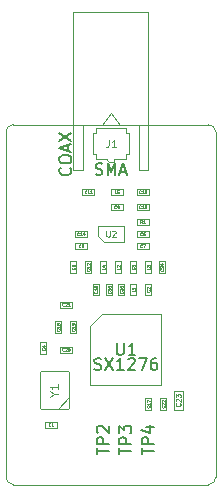
<source format=gbr>
%TF.GenerationSoftware,KiCad,Pcbnew,5.1.4-e60b266~84~ubuntu19.04.1*%
%TF.CreationDate,2020-03-24T21:47:16+00:00*%
%TF.ProjectId,ProMicro_LORA,50726f4d-6963-4726-9f5f-4c4f52412e6b,v1.1*%
%TF.SameCoordinates,Original*%
%TF.FileFunction,Other,Fab,Top*%
%FSLAX45Y45*%
G04 Gerber Fmt 4.5, Leading zero omitted, Abs format (unit mm)*
G04 Created by KiCad (PCBNEW 5.1.4-e60b266~84~ubuntu19.04.1) date 2020-03-24 21:47:16*
%MOMM*%
%LPD*%
G04 APERTURE LIST*
%ADD10C,0.100000*%
%ADD11C,0.150000*%
%ADD12C,0.090000*%
%ADD13C,0.040000*%
%ADD14C,0.075000*%
%ADD15C,0.060000*%
%ADD16C,0.105000*%
G04 APERTURE END LIST*
D10*
X12573000Y-7556500D02*
G75*
G02X12636500Y-7493000I63500J0D01*
G01*
X14287500Y-7493000D02*
G75*
G02X14351000Y-7556500I0J-63500D01*
G01*
X12636500Y-7493000D02*
X14287500Y-7493000D01*
X14351000Y-10477500D02*
G75*
G02X14287500Y-10541000I-63500J0D01*
G01*
X12636500Y-10541000D02*
G75*
G02X12573000Y-10477500I0J63500D01*
G01*
X12573000Y-10477500D02*
X12573000Y-7556500D01*
X14287500Y-10541000D02*
X12636500Y-10541000D01*
X14351000Y-7556500D02*
X14351000Y-10477500D01*
X13432000Y-7796000D02*
X13447000Y-7811000D01*
X13332000Y-7526000D02*
X13332000Y-7566000D01*
X13312000Y-7566000D02*
X13332000Y-7566000D01*
X13312000Y-7746000D02*
X13312000Y-7566000D01*
X13332000Y-7526000D02*
X13592000Y-7526000D01*
X13592000Y-7526000D02*
X13592000Y-7566000D01*
X13612000Y-7566000D02*
X13592000Y-7566000D01*
X13612000Y-7746000D02*
X13612000Y-7566000D01*
X13332000Y-7746000D02*
X13332000Y-7786000D01*
X13312000Y-7746000D02*
X13332000Y-7746000D01*
X13432000Y-7786000D02*
X13332000Y-7786000D01*
X13432000Y-7796000D02*
X13432000Y-7786000D01*
X13492000Y-7811000D02*
X13447000Y-7811000D01*
X13492000Y-7811000D02*
X13492000Y-7786000D01*
X13492000Y-7786000D02*
X13592000Y-7786000D01*
X13592000Y-7746000D02*
X13592000Y-7786000D01*
X13612000Y-7746000D02*
X13592000Y-7746000D01*
X13575900Y-8840000D02*
X13575900Y-8940000D01*
X13525900Y-8840000D02*
X13575900Y-8840000D01*
X13525900Y-8940000D02*
X13525900Y-8840000D01*
X13575900Y-8940000D02*
X13525900Y-8940000D01*
X13918800Y-8649500D02*
X13918800Y-8749500D01*
X13868800Y-8649500D02*
X13918800Y-8649500D01*
X13868800Y-8749500D02*
X13868800Y-8649500D01*
X13918800Y-8749500D02*
X13868800Y-8749500D01*
X13158000Y-8395100D02*
X13258000Y-8395100D01*
X13158000Y-8445100D02*
X13158000Y-8395100D01*
X13258000Y-8445100D02*
X13158000Y-8445100D01*
X13258000Y-8395100D02*
X13258000Y-8445100D01*
X13781000Y-8216500D02*
X13681000Y-8216500D01*
X13781000Y-8166500D02*
X13781000Y-8216500D01*
X13681000Y-8166500D02*
X13781000Y-8166500D01*
X13681000Y-8216500D02*
X13681000Y-8166500D01*
X13246500Y-8749500D02*
X13246500Y-8649500D01*
X13296500Y-8749500D02*
X13246500Y-8749500D01*
X13296500Y-8649500D02*
X13296500Y-8749500D01*
X13246500Y-8649500D02*
X13296500Y-8649500D01*
X13221500Y-8039500D02*
X13321500Y-8039500D01*
X13221500Y-8089500D02*
X13221500Y-8039500D01*
X13321500Y-8089500D02*
X13221500Y-8089500D01*
X13321500Y-8039500D02*
X13321500Y-8089500D01*
X13781000Y-8089500D02*
X13681000Y-8089500D01*
X13781000Y-8039500D02*
X13781000Y-8089500D01*
X13681000Y-8039500D02*
X13781000Y-8039500D01*
X13681000Y-8089500D02*
X13681000Y-8039500D01*
X13460500Y-8166500D02*
X13560500Y-8166500D01*
X13460500Y-8216500D02*
X13460500Y-8166500D01*
X13560500Y-8216500D02*
X13460500Y-8216500D01*
X13560500Y-8166500D02*
X13560500Y-8216500D01*
X13158000Y-8496700D02*
X13258000Y-8496700D01*
X13158000Y-8546700D02*
X13158000Y-8496700D01*
X13258000Y-8546700D02*
X13158000Y-8546700D01*
X13258000Y-8496700D02*
X13258000Y-8546700D01*
X13781000Y-8546700D02*
X13681000Y-8546700D01*
X13781000Y-8496700D02*
X13781000Y-8546700D01*
X13681000Y-8496700D02*
X13781000Y-8496700D01*
X13681000Y-8546700D02*
X13681000Y-8496700D01*
X13781000Y-8395100D02*
X13781000Y-8445100D01*
X13781000Y-8445100D02*
X13681000Y-8445100D01*
X13681000Y-8445100D02*
X13681000Y-8395100D01*
X13681000Y-8395100D02*
X13781000Y-8395100D01*
X13169500Y-8649500D02*
X13169500Y-8749500D01*
X13119500Y-8649500D02*
X13169500Y-8649500D01*
X13119500Y-8749500D02*
X13119500Y-8649500D01*
X13169500Y-8749500D02*
X13119500Y-8749500D01*
X13627500Y-8749500D02*
X13627500Y-8649500D01*
X13677500Y-8749500D02*
X13627500Y-8749500D01*
X13677500Y-8649500D02*
X13677500Y-8749500D01*
X13627500Y-8649500D02*
X13677500Y-8649500D01*
X13804500Y-8840000D02*
X13804500Y-8940000D01*
X13754500Y-8840000D02*
X13804500Y-8840000D01*
X13754500Y-8940000D02*
X13754500Y-8840000D01*
X13804500Y-8940000D02*
X13754500Y-8940000D01*
X13352000Y-8437600D02*
X13402000Y-8487600D01*
X13572000Y-8352600D02*
X13572000Y-8487600D01*
X13352000Y-8352600D02*
X13572000Y-8352600D01*
X13402000Y-8487600D02*
X13572000Y-8487600D01*
X13352000Y-8352600D02*
X13352000Y-8437600D01*
X13681000Y-8293500D02*
X13781000Y-8293500D01*
X13681000Y-8343500D02*
X13681000Y-8293500D01*
X13781000Y-8343500D02*
X13681000Y-8343500D01*
X13781000Y-8293500D02*
X13781000Y-8343500D01*
X13460500Y-8039500D02*
X13560500Y-8039500D01*
X13460500Y-8089500D02*
X13460500Y-8039500D01*
X13560500Y-8089500D02*
X13460500Y-8089500D01*
X13560500Y-8039500D02*
X13560500Y-8089500D01*
X13423500Y-8649500D02*
X13423500Y-8749500D01*
X13373500Y-8649500D02*
X13423500Y-8649500D01*
X13373500Y-8749500D02*
X13373500Y-8649500D01*
X13423500Y-8749500D02*
X13373500Y-8749500D01*
X13804500Y-8649500D02*
X13804500Y-8749500D01*
X13754500Y-8649500D02*
X13804500Y-8649500D01*
X13754500Y-8749500D02*
X13754500Y-8649500D01*
X13804500Y-8749500D02*
X13754500Y-8749500D01*
X13500500Y-8749500D02*
X13500500Y-8649500D01*
X13550500Y-8749500D02*
X13500500Y-8749500D01*
X13550500Y-8649500D02*
X13550500Y-8749500D01*
X13500500Y-8649500D02*
X13550500Y-8649500D01*
X13677500Y-8840000D02*
X13677500Y-8940000D01*
X13627500Y-8840000D02*
X13677500Y-8840000D01*
X13627500Y-8940000D02*
X13627500Y-8840000D01*
X13677500Y-8940000D02*
X13627500Y-8940000D01*
X13779500Y-7874500D02*
X13779500Y-6541500D01*
X13698500Y-7874500D02*
X13779500Y-7874500D01*
X13698500Y-7493500D02*
X13698500Y-7874500D01*
X13225500Y-7493500D02*
X13698500Y-7493500D01*
X13225500Y-7874500D02*
X13225500Y-7493500D01*
X13144500Y-7874500D02*
X13225500Y-7874500D01*
X13144500Y-7874500D02*
X13144500Y-6541500D01*
X13145500Y-6541500D02*
X13778500Y-6541500D01*
X13387000Y-7493500D02*
X13462000Y-7393500D01*
X13462000Y-7393500D02*
X13537000Y-7493500D01*
X13993500Y-9747250D02*
X14073500Y-9747250D01*
X14073500Y-9747250D02*
X14073500Y-9907250D01*
X14073500Y-9907250D02*
X13993500Y-9907250D01*
X13993500Y-9907250D02*
X13993500Y-9747250D01*
X13289000Y-9198000D02*
X13389000Y-9098000D01*
X13289000Y-9698000D02*
X13289000Y-9198000D01*
X13889000Y-9698000D02*
X13289000Y-9698000D01*
X13889000Y-9098000D02*
X13889000Y-9698000D01*
X13389000Y-9098000D02*
X13889000Y-9098000D01*
X12860500Y-9890900D02*
X12860500Y-9590900D01*
X12860500Y-9590900D02*
X12870500Y-9580900D01*
X12870500Y-9580900D02*
X13100500Y-9580900D01*
X13100500Y-9580900D02*
X13110500Y-9590900D01*
X13110500Y-9590900D02*
X13110500Y-9890900D01*
X13110500Y-9890900D02*
X13100500Y-9900900D01*
X13100500Y-9900900D02*
X12870500Y-9900900D01*
X12870500Y-9900900D02*
X12860500Y-9890900D01*
X13010500Y-9900900D02*
X13110500Y-9800900D01*
X13881500Y-9907500D02*
X13881500Y-9807500D01*
X13931500Y-9907500D02*
X13881500Y-9907500D01*
X13931500Y-9807500D02*
X13931500Y-9907500D01*
X13881500Y-9807500D02*
X13931500Y-9807500D01*
X13031000Y-8992000D02*
X13131000Y-8992000D01*
X13031000Y-9042000D02*
X13031000Y-8992000D01*
X13131000Y-9042000D02*
X13031000Y-9042000D01*
X13131000Y-8992000D02*
X13131000Y-9042000D01*
X13031000Y-9373000D02*
X13131000Y-9373000D01*
X13031000Y-9423000D02*
X13031000Y-9373000D01*
X13131000Y-9423000D02*
X13031000Y-9423000D01*
X13131000Y-9373000D02*
X13131000Y-9423000D01*
X13119500Y-9257500D02*
X13119500Y-9157500D01*
X13169500Y-9257500D02*
X13119500Y-9257500D01*
X13169500Y-9157500D02*
X13169500Y-9257500D01*
X13119500Y-9157500D02*
X13169500Y-9157500D01*
X13042500Y-9157500D02*
X13042500Y-9257500D01*
X12992500Y-9157500D02*
X13042500Y-9157500D01*
X12992500Y-9257500D02*
X12992500Y-9157500D01*
X13042500Y-9257500D02*
X12992500Y-9257500D01*
X13804500Y-9807500D02*
X13804500Y-9907500D01*
X13754500Y-9807500D02*
X13804500Y-9807500D01*
X13754500Y-9907500D02*
X13754500Y-9807500D01*
X13804500Y-9907500D02*
X13754500Y-9907500D01*
X13310000Y-8940000D02*
X13310000Y-8840000D01*
X13360000Y-8940000D02*
X13310000Y-8940000D01*
X13360000Y-8840000D02*
X13360000Y-8940000D01*
X13310000Y-8840000D02*
X13360000Y-8840000D01*
X13474300Y-8840000D02*
X13474300Y-8940000D01*
X13424300Y-8840000D02*
X13474300Y-8840000D01*
X13424300Y-8940000D02*
X13424300Y-8840000D01*
X13474300Y-8940000D02*
X13424300Y-8940000D01*
X12915500Y-9333000D02*
X12915500Y-9433000D01*
X12865500Y-9333000D02*
X12915500Y-9333000D01*
X12865500Y-9433000D02*
X12865500Y-9333000D01*
X12915500Y-9433000D02*
X12865500Y-9433000D01*
X12904000Y-10008000D02*
X13004000Y-10008000D01*
X12904000Y-10058000D02*
X12904000Y-10008000D01*
X13004000Y-10058000D02*
X12904000Y-10058000D01*
X13004000Y-10008000D02*
X13004000Y-10058000D01*
D11*
X13333428Y-7914476D02*
X13347714Y-7919238D01*
X13371524Y-7919238D01*
X13381048Y-7914476D01*
X13385809Y-7909714D01*
X13390571Y-7900190D01*
X13390571Y-7890667D01*
X13385809Y-7881143D01*
X13381048Y-7876381D01*
X13371524Y-7871619D01*
X13352476Y-7866857D01*
X13342952Y-7862095D01*
X13338190Y-7857333D01*
X13333428Y-7847809D01*
X13333428Y-7838286D01*
X13338190Y-7828762D01*
X13342952Y-7824000D01*
X13352476Y-7819238D01*
X13376286Y-7819238D01*
X13390571Y-7824000D01*
X13433428Y-7919238D02*
X13433428Y-7819238D01*
X13466762Y-7890667D01*
X13500095Y-7819238D01*
X13500095Y-7919238D01*
X13542952Y-7890667D02*
X13590571Y-7890667D01*
X13533428Y-7919238D02*
X13566762Y-7819238D01*
X13600095Y-7919238D01*
D12*
X13442000Y-7623143D02*
X13442000Y-7666000D01*
X13439143Y-7674571D01*
X13433428Y-7680286D01*
X13424857Y-7683143D01*
X13419143Y-7683143D01*
X13502000Y-7683143D02*
X13467714Y-7683143D01*
X13484857Y-7683143D02*
X13484857Y-7623143D01*
X13479143Y-7631714D01*
X13473428Y-7637428D01*
X13467714Y-7640286D01*
D13*
X13559828Y-8906071D02*
X13561019Y-8907262D01*
X13562209Y-8910833D01*
X13562209Y-8913214D01*
X13561019Y-8916786D01*
X13558638Y-8919167D01*
X13556257Y-8920357D01*
X13551495Y-8921548D01*
X13547924Y-8921548D01*
X13543162Y-8920357D01*
X13540781Y-8919167D01*
X13538400Y-8916786D01*
X13537209Y-8913214D01*
X13537209Y-8910833D01*
X13538400Y-8907262D01*
X13539590Y-8906071D01*
X13539590Y-8896548D02*
X13538400Y-8895357D01*
X13537209Y-8892976D01*
X13537209Y-8887024D01*
X13538400Y-8884643D01*
X13539590Y-8883452D01*
X13541971Y-8882262D01*
X13544352Y-8882262D01*
X13547924Y-8883452D01*
X13562209Y-8897738D01*
X13562209Y-8882262D01*
X13537209Y-8859643D02*
X13537209Y-8871548D01*
X13549114Y-8872738D01*
X13547924Y-8871548D01*
X13546733Y-8869167D01*
X13546733Y-8863214D01*
X13547924Y-8860833D01*
X13549114Y-8859643D01*
X13551495Y-8858452D01*
X13557448Y-8858452D01*
X13559828Y-8859643D01*
X13561019Y-8860833D01*
X13562209Y-8863214D01*
X13562209Y-8869167D01*
X13561019Y-8871548D01*
X13559828Y-8872738D01*
X13902728Y-8715571D02*
X13903919Y-8716762D01*
X13905109Y-8720333D01*
X13905109Y-8722714D01*
X13903919Y-8726286D01*
X13901538Y-8728667D01*
X13899157Y-8729857D01*
X13894395Y-8731048D01*
X13890824Y-8731048D01*
X13886062Y-8729857D01*
X13883681Y-8728667D01*
X13881300Y-8726286D01*
X13880109Y-8722714D01*
X13880109Y-8720333D01*
X13881300Y-8716762D01*
X13882490Y-8715571D01*
X13882490Y-8706048D02*
X13881300Y-8704857D01*
X13880109Y-8702476D01*
X13880109Y-8696524D01*
X13881300Y-8694143D01*
X13882490Y-8692952D01*
X13884871Y-8691762D01*
X13887252Y-8691762D01*
X13890824Y-8692952D01*
X13905109Y-8707238D01*
X13905109Y-8691762D01*
X13888443Y-8670333D02*
X13905109Y-8670333D01*
X13878919Y-8676286D02*
X13896776Y-8682238D01*
X13896776Y-8666762D01*
X13191928Y-8429029D02*
X13190738Y-8430219D01*
X13187167Y-8431410D01*
X13184786Y-8431410D01*
X13181214Y-8430219D01*
X13178833Y-8427838D01*
X13177643Y-8425457D01*
X13176452Y-8420695D01*
X13176452Y-8417124D01*
X13177643Y-8412362D01*
X13178833Y-8409981D01*
X13181214Y-8407600D01*
X13184786Y-8406410D01*
X13187167Y-8406410D01*
X13190738Y-8407600D01*
X13191928Y-8408790D01*
X13215738Y-8431410D02*
X13201452Y-8431410D01*
X13208595Y-8431410D02*
X13208595Y-8406410D01*
X13206214Y-8409981D01*
X13203833Y-8412362D01*
X13201452Y-8413552D01*
X13237167Y-8414743D02*
X13237167Y-8431410D01*
X13231214Y-8405219D02*
X13225262Y-8423076D01*
X13240738Y-8423076D01*
X13714928Y-8200428D02*
X13713738Y-8201619D01*
X13710167Y-8202809D01*
X13707786Y-8202809D01*
X13704214Y-8201619D01*
X13701833Y-8199238D01*
X13700643Y-8196857D01*
X13699452Y-8192095D01*
X13699452Y-8188524D01*
X13700643Y-8183762D01*
X13701833Y-8181381D01*
X13704214Y-8179000D01*
X13707786Y-8177809D01*
X13710167Y-8177809D01*
X13713738Y-8179000D01*
X13714928Y-8180190D01*
X13738738Y-8202809D02*
X13724452Y-8202809D01*
X13731595Y-8202809D02*
X13731595Y-8177809D01*
X13729214Y-8181381D01*
X13726833Y-8183762D01*
X13724452Y-8184952D01*
X13747071Y-8177809D02*
X13762548Y-8177809D01*
X13754214Y-8187333D01*
X13757786Y-8187333D01*
X13760167Y-8188524D01*
X13761357Y-8189714D01*
X13762548Y-8192095D01*
X13762548Y-8198048D01*
X13761357Y-8200428D01*
X13760167Y-8201619D01*
X13757786Y-8202809D01*
X13750643Y-8202809D01*
X13748262Y-8201619D01*
X13747071Y-8200428D01*
X13280428Y-8715571D02*
X13281619Y-8716762D01*
X13282809Y-8720333D01*
X13282809Y-8722714D01*
X13281619Y-8726286D01*
X13279238Y-8728667D01*
X13276857Y-8729857D01*
X13272095Y-8731048D01*
X13268524Y-8731048D01*
X13263762Y-8729857D01*
X13261381Y-8728667D01*
X13259000Y-8726286D01*
X13257809Y-8722714D01*
X13257809Y-8720333D01*
X13259000Y-8716762D01*
X13260190Y-8715571D01*
X13282809Y-8691762D02*
X13282809Y-8706048D01*
X13282809Y-8698905D02*
X13257809Y-8698905D01*
X13261381Y-8701286D01*
X13263762Y-8703667D01*
X13264952Y-8706048D01*
X13260190Y-8682238D02*
X13259000Y-8681048D01*
X13257809Y-8678667D01*
X13257809Y-8672714D01*
X13259000Y-8670333D01*
X13260190Y-8669143D01*
X13262571Y-8667952D01*
X13264952Y-8667952D01*
X13268524Y-8669143D01*
X13282809Y-8683429D01*
X13282809Y-8667952D01*
X13255428Y-8073428D02*
X13254238Y-8074619D01*
X13250667Y-8075809D01*
X13248286Y-8075809D01*
X13244714Y-8074619D01*
X13242333Y-8072238D01*
X13241143Y-8069857D01*
X13239952Y-8065095D01*
X13239952Y-8061524D01*
X13241143Y-8056762D01*
X13242333Y-8054381D01*
X13244714Y-8052000D01*
X13248286Y-8050809D01*
X13250667Y-8050809D01*
X13254238Y-8052000D01*
X13255428Y-8053190D01*
X13279238Y-8075809D02*
X13264952Y-8075809D01*
X13272095Y-8075809D02*
X13272095Y-8050809D01*
X13269714Y-8054381D01*
X13267333Y-8056762D01*
X13264952Y-8057952D01*
X13303048Y-8075809D02*
X13288762Y-8075809D01*
X13295905Y-8075809D02*
X13295905Y-8050809D01*
X13293524Y-8054381D01*
X13291143Y-8056762D01*
X13288762Y-8057952D01*
X13714928Y-8073428D02*
X13713738Y-8074619D01*
X13710167Y-8075809D01*
X13707786Y-8075809D01*
X13704214Y-8074619D01*
X13701833Y-8072238D01*
X13700643Y-8069857D01*
X13699452Y-8065095D01*
X13699452Y-8061524D01*
X13700643Y-8056762D01*
X13701833Y-8054381D01*
X13704214Y-8052000D01*
X13707786Y-8050809D01*
X13710167Y-8050809D01*
X13713738Y-8052000D01*
X13714928Y-8053190D01*
X13738738Y-8075809D02*
X13724452Y-8075809D01*
X13731595Y-8075809D02*
X13731595Y-8050809D01*
X13729214Y-8054381D01*
X13726833Y-8056762D01*
X13724452Y-8057952D01*
X13754214Y-8050809D02*
X13756595Y-8050809D01*
X13758976Y-8052000D01*
X13760167Y-8053190D01*
X13761357Y-8055571D01*
X13762548Y-8060333D01*
X13762548Y-8066286D01*
X13761357Y-8071048D01*
X13760167Y-8073428D01*
X13758976Y-8074619D01*
X13756595Y-8075809D01*
X13754214Y-8075809D01*
X13751833Y-8074619D01*
X13750643Y-8073428D01*
X13749452Y-8071048D01*
X13748262Y-8066286D01*
X13748262Y-8060333D01*
X13749452Y-8055571D01*
X13750643Y-8053190D01*
X13751833Y-8052000D01*
X13754214Y-8050809D01*
X13506333Y-8200428D02*
X13505143Y-8201619D01*
X13501571Y-8202809D01*
X13499190Y-8202809D01*
X13495619Y-8201619D01*
X13493238Y-8199238D01*
X13492048Y-8196857D01*
X13490857Y-8192095D01*
X13490857Y-8188524D01*
X13492048Y-8183762D01*
X13493238Y-8181381D01*
X13495619Y-8179000D01*
X13499190Y-8177809D01*
X13501571Y-8177809D01*
X13505143Y-8179000D01*
X13506333Y-8180190D01*
X13518238Y-8202809D02*
X13523000Y-8202809D01*
X13525381Y-8201619D01*
X13526571Y-8200428D01*
X13528952Y-8196857D01*
X13530143Y-8192095D01*
X13530143Y-8182571D01*
X13528952Y-8180190D01*
X13527762Y-8179000D01*
X13525381Y-8177809D01*
X13520619Y-8177809D01*
X13518238Y-8179000D01*
X13517048Y-8180190D01*
X13515857Y-8182571D01*
X13515857Y-8188524D01*
X13517048Y-8190905D01*
X13518238Y-8192095D01*
X13520619Y-8193286D01*
X13525381Y-8193286D01*
X13527762Y-8192095D01*
X13528952Y-8190905D01*
X13530143Y-8188524D01*
X13203833Y-8530629D02*
X13202643Y-8531819D01*
X13199071Y-8533010D01*
X13196690Y-8533010D01*
X13193119Y-8531819D01*
X13190738Y-8529438D01*
X13189548Y-8527057D01*
X13188357Y-8522295D01*
X13188357Y-8518724D01*
X13189548Y-8513962D01*
X13190738Y-8511581D01*
X13193119Y-8509200D01*
X13196690Y-8508010D01*
X13199071Y-8508010D01*
X13202643Y-8509200D01*
X13203833Y-8510390D01*
X13218119Y-8518724D02*
X13215738Y-8517533D01*
X13214548Y-8516343D01*
X13213357Y-8513962D01*
X13213357Y-8512771D01*
X13214548Y-8510390D01*
X13215738Y-8509200D01*
X13218119Y-8508010D01*
X13222881Y-8508010D01*
X13225262Y-8509200D01*
X13226452Y-8510390D01*
X13227643Y-8512771D01*
X13227643Y-8513962D01*
X13226452Y-8516343D01*
X13225262Y-8517533D01*
X13222881Y-8518724D01*
X13218119Y-8518724D01*
X13215738Y-8519914D01*
X13214548Y-8521105D01*
X13213357Y-8523486D01*
X13213357Y-8528248D01*
X13214548Y-8530629D01*
X13215738Y-8531819D01*
X13218119Y-8533010D01*
X13222881Y-8533010D01*
X13225262Y-8531819D01*
X13226452Y-8530629D01*
X13227643Y-8528248D01*
X13227643Y-8523486D01*
X13226452Y-8521105D01*
X13225262Y-8519914D01*
X13222881Y-8518724D01*
X13726833Y-8530629D02*
X13725643Y-8531819D01*
X13722071Y-8533010D01*
X13719690Y-8533010D01*
X13716119Y-8531819D01*
X13713738Y-8529438D01*
X13712548Y-8527057D01*
X13711357Y-8522295D01*
X13711357Y-8518724D01*
X13712548Y-8513962D01*
X13713738Y-8511581D01*
X13716119Y-8509200D01*
X13719690Y-8508010D01*
X13722071Y-8508010D01*
X13725643Y-8509200D01*
X13726833Y-8510390D01*
X13735167Y-8508010D02*
X13751833Y-8508010D01*
X13741119Y-8533010D01*
X13726833Y-8429029D02*
X13725643Y-8430219D01*
X13722071Y-8431410D01*
X13719690Y-8431410D01*
X13716119Y-8430219D01*
X13713738Y-8427838D01*
X13712548Y-8425457D01*
X13711357Y-8420695D01*
X13711357Y-8417124D01*
X13712548Y-8412362D01*
X13713738Y-8409981D01*
X13716119Y-8407600D01*
X13719690Y-8406410D01*
X13722071Y-8406410D01*
X13725643Y-8407600D01*
X13726833Y-8408790D01*
X13748262Y-8406410D02*
X13743500Y-8406410D01*
X13741119Y-8407600D01*
X13739928Y-8408790D01*
X13737548Y-8412362D01*
X13736357Y-8417124D01*
X13736357Y-8426648D01*
X13737548Y-8429029D01*
X13738738Y-8430219D01*
X13741119Y-8431410D01*
X13745881Y-8431410D01*
X13748262Y-8430219D01*
X13749452Y-8429029D01*
X13750643Y-8426648D01*
X13750643Y-8420695D01*
X13749452Y-8418314D01*
X13748262Y-8417124D01*
X13745881Y-8415933D01*
X13741119Y-8415933D01*
X13738738Y-8417124D01*
X13737548Y-8418314D01*
X13736357Y-8420695D01*
X13153428Y-8703667D02*
X13154619Y-8704857D01*
X13155809Y-8708429D01*
X13155809Y-8710810D01*
X13154619Y-8714381D01*
X13152238Y-8716762D01*
X13149857Y-8717952D01*
X13145095Y-8719143D01*
X13141524Y-8719143D01*
X13136762Y-8717952D01*
X13134381Y-8716762D01*
X13132000Y-8714381D01*
X13130809Y-8710810D01*
X13130809Y-8708429D01*
X13132000Y-8704857D01*
X13133190Y-8703667D01*
X13130809Y-8681048D02*
X13130809Y-8692952D01*
X13142714Y-8694143D01*
X13141524Y-8692952D01*
X13140333Y-8690571D01*
X13140333Y-8684619D01*
X13141524Y-8682238D01*
X13142714Y-8681048D01*
X13145095Y-8679857D01*
X13151048Y-8679857D01*
X13153428Y-8681048D01*
X13154619Y-8682238D01*
X13155809Y-8684619D01*
X13155809Y-8690571D01*
X13154619Y-8692952D01*
X13153428Y-8694143D01*
X13661428Y-8703667D02*
X13662619Y-8704857D01*
X13663809Y-8708429D01*
X13663809Y-8710810D01*
X13662619Y-8714381D01*
X13660238Y-8716762D01*
X13657857Y-8717952D01*
X13653095Y-8719143D01*
X13649524Y-8719143D01*
X13644762Y-8717952D01*
X13642381Y-8716762D01*
X13640000Y-8714381D01*
X13638809Y-8710810D01*
X13638809Y-8708429D01*
X13640000Y-8704857D01*
X13641190Y-8703667D01*
X13638809Y-8695333D02*
X13638809Y-8679857D01*
X13648333Y-8688190D01*
X13648333Y-8684619D01*
X13649524Y-8682238D01*
X13650714Y-8681048D01*
X13653095Y-8679857D01*
X13659048Y-8679857D01*
X13661428Y-8681048D01*
X13662619Y-8682238D01*
X13663809Y-8684619D01*
X13663809Y-8691762D01*
X13662619Y-8694143D01*
X13661428Y-8695333D01*
X13788428Y-8894167D02*
X13789619Y-8895357D01*
X13790809Y-8898929D01*
X13790809Y-8901310D01*
X13789619Y-8904881D01*
X13787238Y-8907262D01*
X13784857Y-8908452D01*
X13780095Y-8909643D01*
X13776524Y-8909643D01*
X13771762Y-8908452D01*
X13769381Y-8907262D01*
X13767000Y-8904881D01*
X13765809Y-8901310D01*
X13765809Y-8898929D01*
X13767000Y-8895357D01*
X13768190Y-8894167D01*
X13768190Y-8884643D02*
X13767000Y-8883452D01*
X13765809Y-8881071D01*
X13765809Y-8875119D01*
X13767000Y-8872738D01*
X13768190Y-8871548D01*
X13770571Y-8870357D01*
X13772952Y-8870357D01*
X13776524Y-8871548D01*
X13790809Y-8885833D01*
X13790809Y-8870357D01*
D14*
X13423905Y-8392719D02*
X13423905Y-8433195D01*
X13426286Y-8437957D01*
X13428667Y-8440338D01*
X13433428Y-8442719D01*
X13442952Y-8442719D01*
X13447714Y-8440338D01*
X13450095Y-8437957D01*
X13452476Y-8433195D01*
X13452476Y-8392719D01*
X13473905Y-8397481D02*
X13476286Y-8395100D01*
X13481048Y-8392719D01*
X13492952Y-8392719D01*
X13497714Y-8395100D01*
X13500095Y-8397481D01*
X13502476Y-8402243D01*
X13502476Y-8407005D01*
X13500095Y-8414148D01*
X13471524Y-8442719D01*
X13502476Y-8442719D01*
D13*
X13726833Y-8329809D02*
X13718500Y-8317905D01*
X13712548Y-8329809D02*
X13712548Y-8304809D01*
X13722071Y-8304809D01*
X13724452Y-8306000D01*
X13725643Y-8307190D01*
X13726833Y-8309571D01*
X13726833Y-8313143D01*
X13725643Y-8315524D01*
X13724452Y-8316714D01*
X13722071Y-8317905D01*
X13712548Y-8317905D01*
X13750643Y-8329809D02*
X13736357Y-8329809D01*
X13743500Y-8329809D02*
X13743500Y-8304809D01*
X13741119Y-8308381D01*
X13738738Y-8310762D01*
X13736357Y-8311952D01*
X13506333Y-8075809D02*
X13494428Y-8075809D01*
X13494428Y-8050809D01*
X13526571Y-8050809D02*
X13514667Y-8050809D01*
X13513476Y-8062714D01*
X13514667Y-8061524D01*
X13517048Y-8060333D01*
X13523000Y-8060333D01*
X13525381Y-8061524D01*
X13526571Y-8062714D01*
X13527762Y-8065095D01*
X13527762Y-8071048D01*
X13526571Y-8073428D01*
X13525381Y-8074619D01*
X13523000Y-8075809D01*
X13517048Y-8075809D01*
X13514667Y-8074619D01*
X13513476Y-8073428D01*
X13409809Y-8703667D02*
X13409809Y-8715571D01*
X13384809Y-8715571D01*
X13393143Y-8684619D02*
X13409809Y-8684619D01*
X13383619Y-8690571D02*
X13401476Y-8696524D01*
X13401476Y-8681048D01*
X13790809Y-8703667D02*
X13790809Y-8715571D01*
X13765809Y-8715571D01*
X13765809Y-8697714D02*
X13765809Y-8682238D01*
X13775333Y-8690571D01*
X13775333Y-8687000D01*
X13776524Y-8684619D01*
X13777714Y-8683429D01*
X13780095Y-8682238D01*
X13786048Y-8682238D01*
X13788428Y-8683429D01*
X13789619Y-8684619D01*
X13790809Y-8687000D01*
X13790809Y-8694143D01*
X13789619Y-8696524D01*
X13788428Y-8697714D01*
X13536809Y-8703667D02*
X13536809Y-8715571D01*
X13511809Y-8715571D01*
X13514190Y-8696524D02*
X13513000Y-8695333D01*
X13511809Y-8692952D01*
X13511809Y-8687000D01*
X13513000Y-8684619D01*
X13514190Y-8683429D01*
X13516571Y-8682238D01*
X13518952Y-8682238D01*
X13522524Y-8683429D01*
X13536809Y-8697714D01*
X13536809Y-8682238D01*
X13663809Y-8894167D02*
X13663809Y-8906071D01*
X13638809Y-8906071D01*
X13663809Y-8872738D02*
X13663809Y-8887024D01*
X13663809Y-8879881D02*
X13638809Y-8879881D01*
X13642381Y-8882262D01*
X13644762Y-8884643D01*
X13645952Y-8887024D01*
D11*
X13116714Y-7858905D02*
X13121476Y-7863667D01*
X13126238Y-7877952D01*
X13126238Y-7887476D01*
X13121476Y-7901762D01*
X13111952Y-7911286D01*
X13102428Y-7916048D01*
X13083381Y-7920809D01*
X13069095Y-7920809D01*
X13050048Y-7916048D01*
X13040524Y-7911286D01*
X13031000Y-7901762D01*
X13026238Y-7887476D01*
X13026238Y-7877952D01*
X13031000Y-7863667D01*
X13035762Y-7858905D01*
X13026238Y-7797000D02*
X13026238Y-7777952D01*
X13031000Y-7768428D01*
X13040524Y-7758905D01*
X13059571Y-7754143D01*
X13092905Y-7754143D01*
X13111952Y-7758905D01*
X13121476Y-7768428D01*
X13126238Y-7777952D01*
X13126238Y-7797000D01*
X13121476Y-7806524D01*
X13111952Y-7816048D01*
X13092905Y-7820809D01*
X13059571Y-7820809D01*
X13040524Y-7816048D01*
X13031000Y-7806524D01*
X13026238Y-7797000D01*
X13097667Y-7716048D02*
X13097667Y-7668428D01*
X13126238Y-7725571D02*
X13026238Y-7692238D01*
X13126238Y-7658905D01*
X13026238Y-7635095D02*
X13126238Y-7568428D01*
X13026238Y-7568428D02*
X13126238Y-7635095D01*
X13724738Y-10286190D02*
X13724738Y-10229048D01*
X13824738Y-10257619D02*
X13724738Y-10257619D01*
X13824738Y-10195714D02*
X13724738Y-10195714D01*
X13724738Y-10157619D01*
X13729500Y-10148095D01*
X13734262Y-10143333D01*
X13743786Y-10138571D01*
X13758071Y-10138571D01*
X13767595Y-10143333D01*
X13772357Y-10148095D01*
X13777119Y-10157619D01*
X13777119Y-10195714D01*
X13758071Y-10052857D02*
X13824738Y-10052857D01*
X13719976Y-10076667D02*
X13791405Y-10100476D01*
X13791405Y-10038571D01*
X13534238Y-10286190D02*
X13534238Y-10229048D01*
X13634238Y-10257619D02*
X13534238Y-10257619D01*
X13634238Y-10195714D02*
X13534238Y-10195714D01*
X13534238Y-10157619D01*
X13539000Y-10148095D01*
X13543762Y-10143333D01*
X13553286Y-10138571D01*
X13567571Y-10138571D01*
X13577095Y-10143333D01*
X13581857Y-10148095D01*
X13586619Y-10157619D01*
X13586619Y-10195714D01*
X13534238Y-10105238D02*
X13534238Y-10043333D01*
X13572333Y-10076667D01*
X13572333Y-10062381D01*
X13577095Y-10052857D01*
X13581857Y-10048095D01*
X13591381Y-10043333D01*
X13615190Y-10043333D01*
X13624714Y-10048095D01*
X13629476Y-10052857D01*
X13634238Y-10062381D01*
X13634238Y-10090952D01*
X13629476Y-10100476D01*
X13624714Y-10105238D01*
X13343738Y-10286190D02*
X13343738Y-10229048D01*
X13443738Y-10257619D02*
X13343738Y-10257619D01*
X13443738Y-10195714D02*
X13343738Y-10195714D01*
X13343738Y-10157619D01*
X13348500Y-10148095D01*
X13353262Y-10143333D01*
X13362786Y-10138571D01*
X13377071Y-10138571D01*
X13386595Y-10143333D01*
X13391357Y-10148095D01*
X13396119Y-10157619D01*
X13396119Y-10195714D01*
X13353262Y-10100476D02*
X13348500Y-10095714D01*
X13343738Y-10086190D01*
X13343738Y-10062381D01*
X13348500Y-10052857D01*
X13353262Y-10048095D01*
X13362786Y-10043333D01*
X13372309Y-10043333D01*
X13386595Y-10048095D01*
X13443738Y-10105238D01*
X13443738Y-10043333D01*
D15*
X14047786Y-9852964D02*
X14049690Y-9854869D01*
X14051595Y-9860583D01*
X14051595Y-9864393D01*
X14049690Y-9870107D01*
X14045881Y-9873917D01*
X14042071Y-9875821D01*
X14034452Y-9877726D01*
X14028738Y-9877726D01*
X14021119Y-9875821D01*
X14017309Y-9873917D01*
X14013500Y-9870107D01*
X14011595Y-9864393D01*
X14011595Y-9860583D01*
X14013500Y-9854869D01*
X14015405Y-9852964D01*
X14015405Y-9837726D02*
X14013500Y-9835821D01*
X14011595Y-9832012D01*
X14011595Y-9822488D01*
X14013500Y-9818679D01*
X14015405Y-9816774D01*
X14019214Y-9814869D01*
X14023024Y-9814869D01*
X14028738Y-9816774D01*
X14051595Y-9839631D01*
X14051595Y-9814869D01*
X14011595Y-9801536D02*
X14011595Y-9776774D01*
X14026833Y-9790107D01*
X14026833Y-9784393D01*
X14028738Y-9780583D01*
X14030643Y-9778679D01*
X14034452Y-9776774D01*
X14043976Y-9776774D01*
X14047786Y-9778679D01*
X14049690Y-9780583D01*
X14051595Y-9784393D01*
X14051595Y-9795821D01*
X14049690Y-9799631D01*
X14047786Y-9801536D01*
D11*
X13322333Y-9565476D02*
X13336619Y-9570238D01*
X13360428Y-9570238D01*
X13369952Y-9565476D01*
X13374714Y-9560714D01*
X13379476Y-9551190D01*
X13379476Y-9541667D01*
X13374714Y-9532143D01*
X13369952Y-9527381D01*
X13360428Y-9522619D01*
X13341381Y-9517857D01*
X13331857Y-9513095D01*
X13327095Y-9508333D01*
X13322333Y-9498810D01*
X13322333Y-9489286D01*
X13327095Y-9479762D01*
X13331857Y-9475000D01*
X13341381Y-9470238D01*
X13365190Y-9470238D01*
X13379476Y-9475000D01*
X13412809Y-9470238D02*
X13479476Y-9570238D01*
X13479476Y-9470238D02*
X13412809Y-9570238D01*
X13569952Y-9570238D02*
X13512809Y-9570238D01*
X13541381Y-9570238D02*
X13541381Y-9470238D01*
X13531857Y-9484524D01*
X13522333Y-9494048D01*
X13512809Y-9498810D01*
X13608048Y-9479762D02*
X13612809Y-9475000D01*
X13622333Y-9470238D01*
X13646143Y-9470238D01*
X13655667Y-9475000D01*
X13660428Y-9479762D01*
X13665190Y-9489286D01*
X13665190Y-9498810D01*
X13660428Y-9513095D01*
X13603286Y-9570238D01*
X13665190Y-9570238D01*
X13698524Y-9470238D02*
X13765190Y-9470238D01*
X13722333Y-9570238D01*
X13846143Y-9470238D02*
X13827095Y-9470238D01*
X13817571Y-9475000D01*
X13812809Y-9479762D01*
X13803286Y-9494048D01*
X13798524Y-9513095D01*
X13798524Y-9551190D01*
X13803286Y-9560714D01*
X13808048Y-9565476D01*
X13817571Y-9570238D01*
X13836619Y-9570238D01*
X13846143Y-9565476D01*
X13850905Y-9560714D01*
X13855667Y-9551190D01*
X13855667Y-9527381D01*
X13850905Y-9517857D01*
X13846143Y-9513095D01*
X13836619Y-9508333D01*
X13817571Y-9508333D01*
X13808048Y-9513095D01*
X13803286Y-9517857D01*
X13798524Y-9527381D01*
X13512809Y-9343238D02*
X13512809Y-9424190D01*
X13517571Y-9433714D01*
X13522333Y-9438476D01*
X13531857Y-9443238D01*
X13550905Y-9443238D01*
X13560428Y-9438476D01*
X13565190Y-9433714D01*
X13569952Y-9424190D01*
X13569952Y-9343238D01*
X13669952Y-9443238D02*
X13612809Y-9443238D01*
X13641381Y-9443238D02*
X13641381Y-9343238D01*
X13631857Y-9357524D01*
X13622333Y-9367048D01*
X13612809Y-9371810D01*
D16*
X12983833Y-9774233D02*
X13017167Y-9774233D01*
X12947167Y-9797567D02*
X12983833Y-9774233D01*
X12947167Y-9750900D01*
X13017167Y-9690900D02*
X13017167Y-9730900D01*
X13017167Y-9710900D02*
X12947167Y-9710900D01*
X12957167Y-9717567D01*
X12963833Y-9724233D01*
X12967167Y-9730900D01*
D13*
X13915428Y-9873571D02*
X13916619Y-9874762D01*
X13917809Y-9878333D01*
X13917809Y-9880714D01*
X13916619Y-9884286D01*
X13914238Y-9886667D01*
X13911857Y-9887857D01*
X13907095Y-9889048D01*
X13903524Y-9889048D01*
X13898762Y-9887857D01*
X13896381Y-9886667D01*
X13894000Y-9884286D01*
X13892809Y-9880714D01*
X13892809Y-9878333D01*
X13894000Y-9874762D01*
X13895190Y-9873571D01*
X13895190Y-9864048D02*
X13894000Y-9862857D01*
X13892809Y-9860476D01*
X13892809Y-9854524D01*
X13894000Y-9852143D01*
X13895190Y-9850952D01*
X13897571Y-9849762D01*
X13899952Y-9849762D01*
X13903524Y-9850952D01*
X13917809Y-9865238D01*
X13917809Y-9849762D01*
X13895190Y-9840238D02*
X13894000Y-9839048D01*
X13892809Y-9836667D01*
X13892809Y-9830714D01*
X13894000Y-9828333D01*
X13895190Y-9827143D01*
X13897571Y-9825952D01*
X13899952Y-9825952D01*
X13903524Y-9827143D01*
X13917809Y-9841429D01*
X13917809Y-9825952D01*
X13064928Y-9025929D02*
X13063738Y-9027119D01*
X13060167Y-9028310D01*
X13057786Y-9028310D01*
X13054214Y-9027119D01*
X13051833Y-9024738D01*
X13050643Y-9022357D01*
X13049452Y-9017595D01*
X13049452Y-9014024D01*
X13050643Y-9009262D01*
X13051833Y-9006881D01*
X13054214Y-9004500D01*
X13057786Y-9003310D01*
X13060167Y-9003310D01*
X13063738Y-9004500D01*
X13064928Y-9005690D01*
X13074452Y-9005690D02*
X13075643Y-9004500D01*
X13078024Y-9003310D01*
X13083976Y-9003310D01*
X13086357Y-9004500D01*
X13087548Y-9005690D01*
X13088738Y-9008071D01*
X13088738Y-9010452D01*
X13087548Y-9014024D01*
X13073262Y-9028310D01*
X13088738Y-9028310D01*
X13112548Y-9028310D02*
X13098262Y-9028310D01*
X13105405Y-9028310D02*
X13105405Y-9003310D01*
X13103024Y-9006881D01*
X13100643Y-9009262D01*
X13098262Y-9010452D01*
X13064928Y-9406929D02*
X13063738Y-9408119D01*
X13060167Y-9409310D01*
X13057786Y-9409310D01*
X13054214Y-9408119D01*
X13051833Y-9405738D01*
X13050643Y-9403357D01*
X13049452Y-9398595D01*
X13049452Y-9395024D01*
X13050643Y-9390262D01*
X13051833Y-9387881D01*
X13054214Y-9385500D01*
X13057786Y-9384310D01*
X13060167Y-9384310D01*
X13063738Y-9385500D01*
X13064928Y-9386690D01*
X13074452Y-9386690D02*
X13075643Y-9385500D01*
X13078024Y-9384310D01*
X13083976Y-9384310D01*
X13086357Y-9385500D01*
X13087548Y-9386690D01*
X13088738Y-9389071D01*
X13088738Y-9391452D01*
X13087548Y-9395024D01*
X13073262Y-9409310D01*
X13088738Y-9409310D01*
X13104214Y-9384310D02*
X13106595Y-9384310D01*
X13108976Y-9385500D01*
X13110167Y-9386690D01*
X13111357Y-9389071D01*
X13112548Y-9393833D01*
X13112548Y-9399786D01*
X13111357Y-9404548D01*
X13110167Y-9406929D01*
X13108976Y-9408119D01*
X13106595Y-9409310D01*
X13104214Y-9409310D01*
X13101833Y-9408119D01*
X13100643Y-9406929D01*
X13099452Y-9404548D01*
X13098262Y-9399786D01*
X13098262Y-9393833D01*
X13099452Y-9389071D01*
X13100643Y-9386690D01*
X13101833Y-9385500D01*
X13104214Y-9384310D01*
X13153428Y-9223571D02*
X13154619Y-9224762D01*
X13155809Y-9228333D01*
X13155809Y-9230714D01*
X13154619Y-9234286D01*
X13152238Y-9236667D01*
X13149857Y-9237857D01*
X13145095Y-9239048D01*
X13141524Y-9239048D01*
X13136762Y-9237857D01*
X13134381Y-9236667D01*
X13132000Y-9234286D01*
X13130809Y-9230714D01*
X13130809Y-9228333D01*
X13132000Y-9224762D01*
X13133190Y-9223571D01*
X13155809Y-9199762D02*
X13155809Y-9214048D01*
X13155809Y-9206905D02*
X13130809Y-9206905D01*
X13134381Y-9209286D01*
X13136762Y-9211667D01*
X13137952Y-9214048D01*
X13155809Y-9187857D02*
X13155809Y-9183095D01*
X13154619Y-9180714D01*
X13153428Y-9179524D01*
X13149857Y-9177143D01*
X13145095Y-9175952D01*
X13135571Y-9175952D01*
X13133190Y-9177143D01*
X13132000Y-9178333D01*
X13130809Y-9180714D01*
X13130809Y-9185476D01*
X13132000Y-9187857D01*
X13133190Y-9189048D01*
X13135571Y-9190238D01*
X13141524Y-9190238D01*
X13143905Y-9189048D01*
X13145095Y-9187857D01*
X13146286Y-9185476D01*
X13146286Y-9180714D01*
X13145095Y-9178333D01*
X13143905Y-9177143D01*
X13141524Y-9175952D01*
X13026428Y-9223571D02*
X13027619Y-9224762D01*
X13028809Y-9228333D01*
X13028809Y-9230714D01*
X13027619Y-9234286D01*
X13025238Y-9236667D01*
X13022857Y-9237857D01*
X13018095Y-9239048D01*
X13014524Y-9239048D01*
X13009762Y-9237857D01*
X13007381Y-9236667D01*
X13005000Y-9234286D01*
X13003809Y-9230714D01*
X13003809Y-9228333D01*
X13005000Y-9224762D01*
X13006190Y-9223571D01*
X13028809Y-9199762D02*
X13028809Y-9214048D01*
X13028809Y-9206905D02*
X13003809Y-9206905D01*
X13007381Y-9209286D01*
X13009762Y-9211667D01*
X13010952Y-9214048D01*
X13014524Y-9185476D02*
X13013333Y-9187857D01*
X13012143Y-9189048D01*
X13009762Y-9190238D01*
X13008571Y-9190238D01*
X13006190Y-9189048D01*
X13005000Y-9187857D01*
X13003809Y-9185476D01*
X13003809Y-9180714D01*
X13005000Y-9178333D01*
X13006190Y-9177143D01*
X13008571Y-9175952D01*
X13009762Y-9175952D01*
X13012143Y-9177143D01*
X13013333Y-9178333D01*
X13014524Y-9180714D01*
X13014524Y-9185476D01*
X13015714Y-9187857D01*
X13016905Y-9189048D01*
X13019286Y-9190238D01*
X13024048Y-9190238D01*
X13026428Y-9189048D01*
X13027619Y-9187857D01*
X13028809Y-9185476D01*
X13028809Y-9180714D01*
X13027619Y-9178333D01*
X13026428Y-9177143D01*
X13024048Y-9175952D01*
X13019286Y-9175952D01*
X13016905Y-9177143D01*
X13015714Y-9178333D01*
X13014524Y-9180714D01*
X13788428Y-9873571D02*
X13789619Y-9874762D01*
X13790809Y-9878333D01*
X13790809Y-9880714D01*
X13789619Y-9884286D01*
X13787238Y-9886667D01*
X13784857Y-9887857D01*
X13780095Y-9889048D01*
X13776524Y-9889048D01*
X13771762Y-9887857D01*
X13769381Y-9886667D01*
X13767000Y-9884286D01*
X13765809Y-9880714D01*
X13765809Y-9878333D01*
X13767000Y-9874762D01*
X13768190Y-9873571D01*
X13790809Y-9849762D02*
X13790809Y-9864048D01*
X13790809Y-9856905D02*
X13765809Y-9856905D01*
X13769381Y-9859286D01*
X13771762Y-9861667D01*
X13772952Y-9864048D01*
X13765809Y-9841429D02*
X13765809Y-9824762D01*
X13790809Y-9835476D01*
X13343928Y-8906071D02*
X13345119Y-8907262D01*
X13346309Y-8910833D01*
X13346309Y-8913214D01*
X13345119Y-8916786D01*
X13342738Y-8919167D01*
X13340357Y-8920357D01*
X13335595Y-8921548D01*
X13332024Y-8921548D01*
X13327262Y-8920357D01*
X13324881Y-8919167D01*
X13322500Y-8916786D01*
X13321309Y-8913214D01*
X13321309Y-8910833D01*
X13322500Y-8907262D01*
X13323690Y-8906071D01*
X13346309Y-8882262D02*
X13346309Y-8896548D01*
X13346309Y-8889405D02*
X13321309Y-8889405D01*
X13324881Y-8891786D01*
X13327262Y-8894167D01*
X13328452Y-8896548D01*
X13321309Y-8860833D02*
X13321309Y-8865595D01*
X13322500Y-8867976D01*
X13323690Y-8869167D01*
X13327262Y-8871548D01*
X13332024Y-8872738D01*
X13341548Y-8872738D01*
X13343928Y-8871548D01*
X13345119Y-8870357D01*
X13346309Y-8867976D01*
X13346309Y-8863214D01*
X13345119Y-8860833D01*
X13343928Y-8859643D01*
X13341548Y-8858452D01*
X13335595Y-8858452D01*
X13333214Y-8859643D01*
X13332024Y-8860833D01*
X13330833Y-8863214D01*
X13330833Y-8867976D01*
X13332024Y-8870357D01*
X13333214Y-8871548D01*
X13335595Y-8872738D01*
X13458228Y-8906071D02*
X13459419Y-8907262D01*
X13460609Y-8910833D01*
X13460609Y-8913214D01*
X13459419Y-8916786D01*
X13457038Y-8919167D01*
X13454657Y-8920357D01*
X13449895Y-8921548D01*
X13446324Y-8921548D01*
X13441562Y-8920357D01*
X13439181Y-8919167D01*
X13436800Y-8916786D01*
X13435609Y-8913214D01*
X13435609Y-8910833D01*
X13436800Y-8907262D01*
X13437990Y-8906071D01*
X13460609Y-8882262D02*
X13460609Y-8896548D01*
X13460609Y-8889405D02*
X13435609Y-8889405D01*
X13439181Y-8891786D01*
X13441562Y-8894167D01*
X13442752Y-8896548D01*
X13435609Y-8859643D02*
X13435609Y-8871548D01*
X13447514Y-8872738D01*
X13446324Y-8871548D01*
X13445133Y-8869167D01*
X13445133Y-8863214D01*
X13446324Y-8860833D01*
X13447514Y-8859643D01*
X13449895Y-8858452D01*
X13455848Y-8858452D01*
X13458228Y-8859643D01*
X13459419Y-8860833D01*
X13460609Y-8863214D01*
X13460609Y-8869167D01*
X13459419Y-8871548D01*
X13458228Y-8872738D01*
X12899428Y-9387167D02*
X12900619Y-9388357D01*
X12901809Y-9391929D01*
X12901809Y-9394310D01*
X12900619Y-9397881D01*
X12898238Y-9400262D01*
X12895857Y-9401452D01*
X12891095Y-9402643D01*
X12887524Y-9402643D01*
X12882762Y-9401452D01*
X12880381Y-9400262D01*
X12878000Y-9397881D01*
X12876809Y-9394310D01*
X12876809Y-9391929D01*
X12878000Y-9388357D01*
X12879190Y-9387167D01*
X12885143Y-9365738D02*
X12901809Y-9365738D01*
X12875619Y-9371690D02*
X12893476Y-9377643D01*
X12893476Y-9362167D01*
X12949833Y-10041929D02*
X12948643Y-10043119D01*
X12945071Y-10044310D01*
X12942690Y-10044310D01*
X12939119Y-10043119D01*
X12936738Y-10040738D01*
X12935548Y-10038357D01*
X12934357Y-10033595D01*
X12934357Y-10030024D01*
X12935548Y-10025262D01*
X12936738Y-10022881D01*
X12939119Y-10020500D01*
X12942690Y-10019310D01*
X12945071Y-10019310D01*
X12948643Y-10020500D01*
X12949833Y-10021690D01*
X12973643Y-10044310D02*
X12959357Y-10044310D01*
X12966500Y-10044310D02*
X12966500Y-10019310D01*
X12964119Y-10022881D01*
X12961738Y-10025262D01*
X12959357Y-10026452D01*
M02*

</source>
